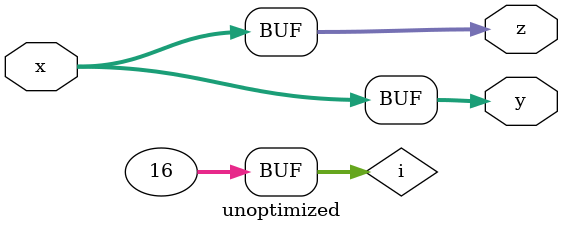
<source format=v>
module unoptimized
#(parameter    W = 16)
(
    input [W-1:0] x,
    output reg [W-1:0] y,
    output reg [W-1:0] z
);
    integer i;
    always @ (x) begin
        for(i = 0; i < W; i++) begin
             y[i] = x[i];
        end

        for(i = 0; i < W; i++) begin
             z[i] = x[i];
        end
    end
endmodule

</source>
